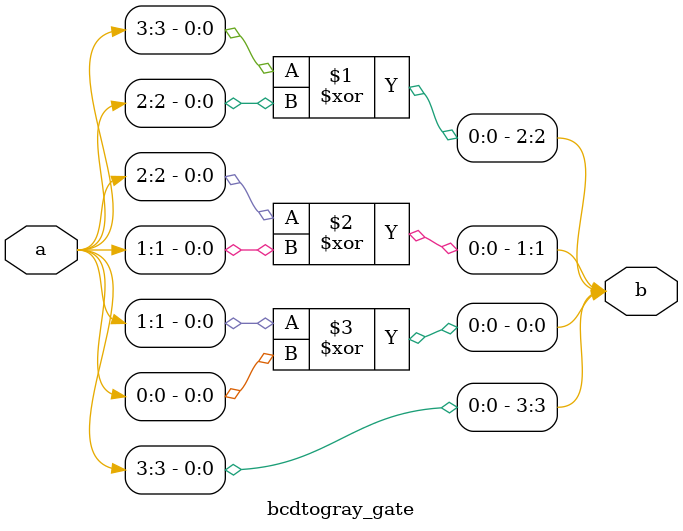
<source format=v>
module bcdtogray_gate (a,b
);
input [3:0] a;
output [3:0] b;

buf b1(b[3],a[3]);
xor x1(b[2],a[3],a[2]);
xor x1(b[1],a[2],a[1]);
xor x1(b[0],a[1],a[0]);
    
endmodule
</source>
